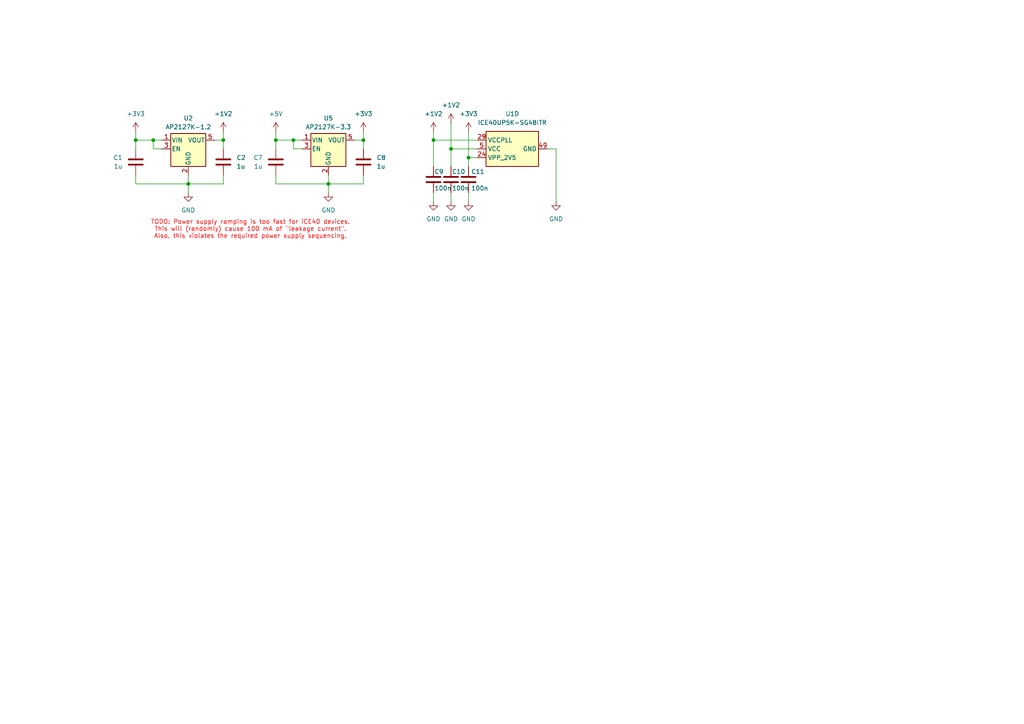
<source format=kicad_sch>
(kicad_sch (version 20231120) (generator "eeschema") (generator_version "8.0")
  (paper "A4")
  (title_block (title "Trashernet SoC") (date "2024-07-07") (rev "2") (company "notsyncing.net") (comment 1 "https://l.notsyncing.net/tnet"))
  (lib_symbols
    (symbol "Device:C" (pin_numbers hide) (pin_names (offset 0.254))
      (property "Reference" "C" (at 0.635 2.54 0))
      (property "Value" "C" (at 0.635 -2.54 0))
      (symbol "C_0_1"
        (polyline (pts (xy -2.032 -0.762) (xy 2.032 -0.762)) (stroke (width 0.508)))
        (polyline (pts (xy -2.032 0.762) (xy 2.032 0.762)) (stroke (width 0.508)))
      )
      (symbol "C_1_1"
        (pin passive line (at 0 3.81 270) (length 2.794) (name "~") (number "1"))
        (pin passive line (at 0 -3.81 90) (length 2.794) (name "~") (number "2"))
      )
    )
    (symbol "FPGA_Lattice:ICE40UP5K-SG48ITR"
      (property "Reference" "U" (at -8.89 -29.21 0))
      (property "Value" "ICE40UP5K-SG48ITR" (at 0 -31.75 0))
      (symbol "ICE40UP5K-SG48ITR_1_1"
        (rectangle (start -7.62 25.4) (end 7.62 -27.94) (stroke (width 0.254)) (fill (type background)))
        (pin bidirectional line (at -10.16 12.7 0) (length 2.54) (name "IOT_37a") (number "23"))
        (pin bidirectional line (at -10.16 15.24 0) (length 2.54) (name "IOT_36b") (number "25"))
        (pin bidirectional line (at -10.16 7.62 0) (length 2.54) (name "IOT_39a") (number "26"))
        (pin bidirectional line (at -10.16 10.16 0) (length 2.54) (name "IOT_38b") (number "27"))
        (pin bidirectional line (at -10.16 5.08 0) (length 2.54) (name "IOT_41a") (number "28"))
        (pin bidirectional line (at -10.16 2.54 0) (length 2.54) (name "IOT_42b") (number "31"))
        (pin bidirectional line (at -10.16 0 0) (length 2.54) (name "IOT_43a") (number "32"))
        (pin power_in line (at 0 27.94 270) (length 2.54) (name "VCCIO_0") (number "33"))
        (pin bidirectional line (at -10.16 -2.54 0) (length 2.54) (name "IOT_44b") (number "34"))
        (pin bidirectional line (at -10.16 -7.62 0) (length 2.54) (name "IOT_46b_G0") (number "35"))
        (pin bidirectional line (at -10.16 -10.16 0) (length 2.54) (name "IOT_48b") (number "36"))
        (pin bidirectional line (at -10.16 -5.08 0) (length 2.54) (name "IOT_45a_G1") (number "37"))
        (pin bidirectional line (at -10.16 -15.24 0) (length 2.54) (name "IOT_50b") (number "38"))
        (pin open_collector line (at -10.16 -20.32 0) (length 2.54) (name "RGB0") (number "39"))
        (pin open_collector line (at -10.16 -22.86 0) (length 2.54) (name "RGB1") (number "40"))
        (pin open_collector line (at -10.16 -25.4 0) (length 2.54) (name "RGB2") (number "41"))
        (pin bidirectional line (at -10.16 -17.78 0) (length 2.54) (name "IOT_51a") (number "42"))
        (pin bidirectional line (at -10.16 -12.7 0) (length 2.54) (name "IOT_49a") (number "43"))
      )
      (symbol "ICE40UP5K-SG48ITR_2_1"
        (rectangle (start -10.16 25.4) (end 10.16 -25.4) (stroke (width 0.254)) (fill (type background)))
        (pin bidirectional line (at -12.7 5.08 0) (length 2.54) (name "IOB_18a") (number "10"))
        (pin bidirectional line (at -12.7 2.54 0) (length 2.54) (name "IOB_20a") (number "11"))
        (pin bidirectional line (at -12.7 0 0) (length 2.54) (name "IOB_22a") (number "12"))
        (pin bidirectional line (at -12.7 -5.08 0) (length 2.54) (name "IOB_24a") (number "13"))
        (pin bidirectional line (at -12.7 -15.24 0) (length 2.54) (name "IOB_32a_SPI_SO") (number "14"))
        (pin bidirectional line (at -12.7 -20.32 0) (length 2.54) (name "IOB_34a_SPI_SCK") (number "15"))
        (pin bidirectional line (at -12.7 -22.86 0) (length 2.54) (name "IOB_35b_SPI_SS") (number "16"))
        (pin bidirectional line (at -12.7 -17.78 0) (length 2.54) (name "IOB_33b_SPI_SI") (number "17"))
        (pin bidirectional line (at -12.7 -12.7 0) (length 2.54) (name "IOB_31b") (number "18"))
        (pin bidirectional line (at -12.7 -10.16 0) (length 2.54) (name "IOB_29b") (number "19"))
        (pin bidirectional line (at -12.7 -7.62 0) (length 2.54) (name "IOB_25b_G3") (number "20"))
        (pin bidirectional line (at -12.7 -2.54 0) (length 2.54) (name "IOB_23b") (number "21"))
        (pin power_in line (at 0 27.94 270) (length 2.54) (name "SPI_VCCIO1") (number "22"))
        (pin bidirectional line (at -12.7 10.16 0) (length 2.54) (name "IOB_13b") (number "6"))
        (pin open_collector line (at 12.7 17.78 180) (length 2.54) (name "CDONE") (number "7"))
        (pin input line (at -12.7 17.78 0) (length 2.54) (name "~{CRESET}") (number "8"))
        (pin bidirectional line (at -12.7 7.62 0) (length 2.54) (name "IOB_16a") (number "9"))
      )
      (symbol "ICE40UP5K-SG48ITR_3_1"
        (rectangle (start -7.62 15.24) (end 7.62 -15.24) (stroke (width 0.254)) (fill (type background)))
        (pin power_in line (at 0 17.78 270) (length 2.54) (name "VCCIO_2") (number "1"))
        (pin bidirectional line (at -10.16 -7.62 0) (length 2.54) (name "IOB_6a") (number "2"))
        (pin bidirectional line (at -10.16 -12.7 0) (length 2.54) (name "IOB_9b") (number "3"))
        (pin bidirectional line (at -10.16 -10.16 0) (length 2.54) (name "IOB_8a") (number "4"))
        (pin bidirectional line (at -10.16 0 0) (length 2.54) (name "IOB_3b_G6") (number "44"))
        (pin bidirectional line (at -10.16 -5.08 0) (length 2.54) (name "IOB_5b") (number "45"))
        (pin bidirectional line (at -10.16 5.08 0) (length 2.54) (name "IOB_0a") (number "46"))
        (pin bidirectional line (at -10.16 2.54 0) (length 2.54) (name "IOB_2a") (number "47"))
        (pin bidirectional line (at -10.16 -2.54 0) (length 2.54) (name "IOB_4a") (number "48"))
      )
      (symbol "ICE40UP5K-SG48ITR_4_1"
        (rectangle (start -5.08 7.62) (end 5.08 -7.62) (stroke (width 0.254)) (fill (type background)))
        (pin power_in line (at -2.54 10.16 270) (length 2.54) (name "VPP_2V5") (number "24"))
        (pin power_out line (at 2.54 10.16 270) (length 2.54) (name "VCCPLL") (number "29"))
        (pin passive line (at 0 10.16 270) (length 2.54) hide (name "VCC") (number "30"))
        (pin power_in line (at 0 -10.16 90) (length 2.54) (name "GND") (number "49"))
        (pin power_in line (at 0 10.16 270) (length 2.54) (name "VCC") (number "5"))
      )
    )
    (symbol "Regulator_Linear:AP2127K-1.2" (pin_names (offset 0.254))
      (property "Reference" "U" (at -5.08 5.715 0))
      (property "Value" "AP2127K-1.2" (at 0 5.715 0))
      (symbol "AP2127K-1.2_0_1"
        (rectangle (start -5.08 4.445) (end 5.08 -5.08) (stroke (width 0.254)) (fill (type background)))
      )
      (symbol "AP2127K-1.2_1_1"
        (pin power_in line (at -7.62 2.54 0) (length 2.54) (name "VIN") (number "1"))
        (pin power_in line (at 0 -7.62 90) (length 2.54) (name "GND") (number "2"))
        (pin input line (at -7.62 0 0) (length 2.54) (name "EN") (number "3"))
        (pin no_connect line (at 5.08 0 180) (length 2.54) hide (name "NC") (number "4"))
        (pin power_out line (at 7.62 2.54 180) (length 2.54) (name "VOUT") (number "5"))
      )
    )
    (symbol "Regulator_Linear:AP2127K-3.3" (pin_names (offset 0.254))
      (property "Reference" "U" (at -5.08 5.715 0))
      (property "Value" "AP2127K-3.3" (at 0 5.715 0))
      (symbol "AP2127K-3.3_0_1"
        (rectangle (start -5.08 4.445) (end 5.08 -5.08) (stroke (width 0.254)) (fill (type background)))
      )
      (symbol "AP2127K-3.3_1_1"
        (pin power_in line (at -7.62 2.54 0) (length 2.54) (name "VIN") (number "1"))
        (pin power_in line (at 0 -7.62 90) (length 2.54) (name "GND") (number "2"))
        (pin input line (at -7.62 0 0) (length 2.54) (name "EN") (number "3"))
        (pin no_connect line (at 5.08 0 180) (length 2.54) hide (name "NC") (number "4"))
        (pin power_out line (at 7.62 2.54 180) (length 2.54) (name "VOUT") (number "5"))
      )
    )
    (symbol "power:+1V2" (power) (pin_numbers hide) (pin_names (offset 0) hide)
      (property "Value" "+1V2" (at 0 3.556 0))
      (symbol "+1V2_0_1"
        (polyline (pts (xy -0.762 1.27) (xy 0 2.54)))
        (polyline (pts (xy 0 0) (xy 0 2.54)))
        (polyline (pts (xy 0 2.54) (xy 0.762 1.27)))
      )
      (symbol "+1V2_1_1"
        (pin power_in line (at 0 0 90) (length 0) (name "~") (number "1"))
      )
    )
    (symbol "power:+3V3" (power) (pin_numbers hide) (pin_names (offset 0) hide)
      (property "Value" "+3V3" (at 0 3.556 0))
      (symbol "+3V3_0_1"
        (polyline (pts (xy -0.762 1.27) (xy 0 2.54)))
        (polyline (pts (xy 0 0) (xy 0 2.54)))
        (polyline (pts (xy 0 2.54) (xy 0.762 1.27)))
      )
      (symbol "+3V3_1_1"
        (pin power_in line (at 0 0 90) (length 0) (name "~") (number "1"))
      )
    )
    (symbol "power:+5V" (power) (pin_numbers hide) (pin_names (offset 0) hide)
      (property "Value" "+5V" (at 0 3.556 0))
      (symbol "+5V_0_1"
        (polyline (pts (xy -0.762 1.27) (xy 0 2.54)))
        (polyline (pts (xy 0 0) (xy 0 2.54)))
        (polyline (pts (xy 0 2.54) (xy 0.762 1.27)))
      )
      (symbol "+5V_1_1"
        (pin power_in line (at 0 0 90) (length 0) (name "~") (number "1"))
      )
    )
    (symbol "power:GND" (power) (pin_numbers hide) (pin_names (offset 0) hide)
      (property "Value" "GND" (at 0 -3.81 0))
      (symbol "GND_0_1"
        (polyline (pts (xy 0 0) (xy 0 -1.27) (xy 1.27 -1.27) (xy 0 -2.54) (xy -1.27 -1.27) (xy 0 -1.27)))
      )
      (symbol "GND_1_1"
        (pin power_in line (at 0 0 270) (length 0) (name "~") (number "1"))
      )
    )
  )
  (junction (at 125.73 40.64))
  (junction (at 54.61 53.34))
  (junction (at 39.37 40.64))
  (junction (at 105.41 40.64))
  (junction (at 85.09 40.64))
  (junction (at 135.89 45.72))
  (junction (at 80.01 40.64))
  (junction (at 130.81 43.18))
  (junction (at 64.77 40.64))
  (junction (at 95.25 53.34))
  (junction (at 44.45 40.64))
  (wire (pts (xy 95.25 53.34) (xy 95.25 50.8)))
  (wire (pts (xy 130.81 48.26) (xy 130.81 43.18)))
  (wire (pts (xy 64.77 40.64) (xy 64.77 43.18)))
  (wire (pts (xy 158.75 43.18) (xy 161.29 43.18)))
  (wire (pts (xy 39.37 40.64) (xy 44.45 40.64)))
  (wire (pts (xy 87.63 43.18) (xy 85.09 43.18)))
  (wire (pts (xy 39.37 53.34) (xy 54.61 53.34)))
  (wire (pts (xy 135.89 38.1) (xy 135.89 45.72)))
  (wire (pts (xy 161.29 43.18) (xy 161.29 58.42)))
  (wire (pts (xy 80.01 50.8) (xy 80.01 53.34)))
  (wire (pts (xy 80.01 53.34) (xy 95.25 53.34)))
  (wire (pts (xy 62.23 40.64) (xy 64.77 40.64)))
  (wire (pts (xy 125.73 48.26) (xy 125.73 40.64)))
  (wire (pts (xy 64.77 53.34) (xy 54.61 53.34)))
  (wire (pts (xy 130.81 35.56) (xy 130.81 43.18)))
  (wire (pts (xy 54.61 53.34) (xy 54.61 55.88)))
  (wire (pts (xy 125.73 38.1) (xy 125.73 40.64)))
  (wire (pts (xy 105.41 38.1) (xy 105.41 40.64)))
  (wire (pts (xy 39.37 50.8) (xy 39.37 53.34)))
  (wire (pts (xy 105.41 53.34) (xy 95.25 53.34)))
  (wire (pts (xy 39.37 38.1) (xy 39.37 40.64)))
  (wire (pts (xy 44.45 40.64) (xy 44.45 43.18)))
  (wire (pts (xy 125.73 40.64) (xy 138.43 40.64)))
  (wire (pts (xy 39.37 43.18) (xy 39.37 40.64)))
  (wire (pts (xy 80.01 40.64) (xy 85.09 40.64)))
  (wire (pts (xy 54.61 53.34) (xy 54.61 50.8)))
  (wire (pts (xy 64.77 50.8) (xy 64.77 53.34)))
  (wire (pts (xy 85.09 40.64) (xy 85.09 43.18)))
  (wire (pts (xy 130.81 55.88) (xy 130.81 58.42)))
  (wire (pts (xy 130.81 43.18) (xy 138.43 43.18)))
  (wire (pts (xy 105.41 40.64) (xy 105.41 43.18)))
  (wire (pts (xy 102.87 40.64) (xy 105.41 40.64)))
  (wire (pts (xy 138.43 45.72) (xy 135.89 45.72)))
  (wire (pts (xy 105.41 50.8) (xy 105.41 53.34)))
  (wire (pts (xy 80.01 43.18) (xy 80.01 40.64)))
  (wire (pts (xy 44.45 40.64) (xy 46.99 40.64)))
  (wire (pts (xy 95.25 53.34) (xy 95.25 55.88)))
  (wire (pts (xy 125.73 55.88) (xy 125.73 58.42)))
  (wire (pts (xy 135.89 55.88) (xy 135.89 58.42)))
  (wire (pts (xy 46.99 43.18) (xy 44.45 43.18)))
  (wire (pts (xy 80.01 38.1) (xy 80.01 40.64)))
  (wire (pts (xy 135.89 45.72) (xy 135.89 48.26)))
  (wire (pts (xy 85.09 40.64) (xy 87.63 40.64)))
  (wire (pts (xy 64.77 38.1) (xy 64.77 40.64)))
  (text "TODO: Power supply ramping is too fast for iCE40 devices.\nThis will (randomly) cause 100 mA of \"leakage current\".\nAlso, this violates the required power supply sequencing." (at 72.644 66.548 0) (effects (font (size 1.27 1.27))))
  (symbol (lib_id "power:+5V") (at 80.01 38.1 0) (unit 1)
    (property "Reference" "#PWR010" (effects (hide yes)))
    (property "Value" "+5V" (at 80.01 33.02 0))
    (property "Description" "Power symbol creates a global label with name \"+5V\"" (effects (hide yes)))
  )
  (symbol (lib_id "power:+3V3") (at 39.37 38.1 0) (unit 1)
    (property "Reference" "#PWR01" (effects (hide yes)))
    (property "Value" "+3V3" (at 39.37 33.02 0))
    (property "Description" "Power symbol creates a global label with name \"+3V3\"" (effects (hide yes)))
  )
  (symbol (lib_id "power:GND") (at 95.25 55.88 0) (unit 1)
    (property "Reference" "#PWR011" (effects (hide yes)))
    (property "Value" "GND" (at 95.25 60.96 0))
    (property "Description" "Power symbol creates a global label with name \"GND\" , ground" (effects (hide yes)))
  )
  (symbol (lib_id "power:GND") (at 130.81 58.42 0) (unit 1)
    (property "Reference" "#PWR016" (effects (hide yes)))
    (property "Value" "GND" (at 130.81 63.5 0))
    (property "Description" "Power symbol creates a global label with name \"GND\" , ground" (effects (hide yes)))
  )
  (symbol (lib_id "Device:C") (at 80.01 46.99 0) (mirror y) (unit 1)
    (property "Reference" "C7" (at 76.2 45.7199 0) (effects (justify left)))
    (property "Value" "1u" (at 76.2 48.2599 0) (effects (justify left)))
    (property "Footprint" "Capacitor_SMD:C_0805_2012Metric" (effects (hide yes)))
    (property "Description" "Unpolarized capacitor" (effects (hide yes)))
  )
  (symbol (lib_id "power:GND") (at 54.61 55.88 0) (unit 1)
    (property "Reference" "#PWR02" (effects (hide yes)))
    (property "Value" "GND" (at 54.61 60.96 0))
    (property "Description" "Power symbol creates a global label with name \"GND\" , ground" (effects (hide yes)))
  )
  (symbol (lib_id "power:GND") (at 135.89 58.42 0) (unit 1)
    (property "Reference" "#PWR018" (effects (hide yes)))
    (property "Value" "GND" (at 135.89 63.5 0))
    (property "Description" "Power symbol creates a global label with name \"GND\" , ground" (effects (hide yes)))
  )
  (symbol (lib_id "Device:C") (at 39.37 46.99 0) (mirror y) (unit 1)
    (property "Reference" "C1" (at 35.56 45.7199 0) (effects (justify left)))
    (property "Value" "1u" (at 35.56 48.2599 0) (effects (justify left)))
    (property "Footprint" "Capacitor_SMD:C_0805_2012Metric" (effects (hide yes)))
    (property "Description" "Unpolarized capacitor" (effects (hide yes)))
  )
  (symbol (lib_id "Regulator_Linear:AP2127K-1.2") (at 54.61 43.18 0) (unit 1)
    (property "Reference" "U2" (at 54.61 34.29 0))
    (property "Value" "AP2127K-1.2" (at 54.61 36.83 0))
    (property "Footprint" "Package_TO_SOT_SMD:SOT-23-5" (effects (hide yes)))
    (property "Datasheet" "https://www.diodes.com/assets/Datasheets/AP2127.pdf" (effects (hide yes)))
    (property "Description" "300mA low dropout linear regulator, shutdown pin, 2.5V-6V input voltage, 1.2V fixed positive output, SOT-23-5" (effects (hide yes)))
  )
  (symbol (lib_id "power:+3V3") (at 105.41 38.1 0) (unit 1)
    (property "Reference" "#PWR012" (effects (hide yes)))
    (property "Value" "+3V3" (at 105.41 33.02 0))
    (property "Description" "Power symbol creates a global label with name \"+3V3\"" (effects (hide yes)))
  )
  (symbol (lib_id "power:+1V2") (at 130.81 35.56 0) (unit 1)
    (property "Reference" "#PWR015" (effects (hide yes)))
    (property "Value" "+1V2" (at 130.81 30.48 0))
    (property "Description" "Power symbol creates a global label with name \"+1V2\"" (effects (hide yes)))
  )
  (symbol (lib_id "power:GND") (at 161.29 58.42 0) (unit 1)
    (property "Reference" "#PWR019" (effects (hide yes)))
    (property "Value" "GND" (at 161.29 63.5 0))
    (property "Description" "Power symbol creates a global label with name \"GND\" , ground" (effects (hide yes)))
  )
  (symbol (lib_id "Device:C") (at 125.73 52.07 0) (unit 1)
    (property "Reference" "C9" (at 125.984 49.784 0) (effects (justify left)))
    (property "Value" "100n" (at 125.984 54.61 0) (effects (justify left)))
    (property "Footprint" "Capacitor_SMD:C_0603_1608Metric" (effects (hide yes)))
    (property "Description" "Unpolarized capacitor" (effects (hide yes)))
  )
  (symbol (lib_id "FPGA_Lattice:ICE40UP5K-SG48ITR") (at 148.59 43.18 90) (unit 4)
    (property "Reference" "U1" (at 148.59 33.02 90))
    (property "Value" "ICE40UP5K-SG48ITR" (at 148.59 35.56 90))
    (property "Footprint" "Package_DFN_QFN:QFN-48-1EP_7x7mm_P0.5mm_EP5.6x5.6mm" (effects (hide yes)))
    (property "Datasheet" "http://www.latticesemi.com/Products/FPGAandCPLD/iCE40Ultra" (effects (hide yes)))
    (property "Description" "iCE40 UltraPlus FPGA, 5280 LUTs, 1.2V, 48-pin QFN" (effects (hide yes)))
  )
  (symbol (lib_id "Regulator_Linear:AP2127K-3.3") (at 95.25 43.18 0) (unit 1)
    (property "Reference" "U5" (at 95.25 34.29 0))
    (property "Value" "AP2127K-3.3" (at 95.25 36.83 0))
    (property "Footprint" "Package_TO_SOT_SMD:SOT-23-5" (effects (hide yes)))
    (property "Datasheet" "https://www.diodes.com/assets/Datasheets/AP2127.pdf" (effects (hide yes)))
    (property "Description" "300mA low dropout linear regulator, shutdown pin, 2.5V-6V input voltage, 3.3V fixed positive output, SOT-23-5" (effects (hide yes)))
  )
  (symbol (lib_id "Device:C") (at 135.89 52.07 0) (unit 1)
    (property "Reference" "C11" (at 136.652 49.784 0) (effects (justify left)))
    (property "Value" "100n" (at 136.652 54.61 0) (effects (justify left)))
    (property "Footprint" "Capacitor_SMD:C_0603_1608Metric" (effects (hide yes)))
    (property "Description" "Unpolarized capacitor" (effects (hide yes)))
  )
  (symbol (lib_id "Device:C") (at 130.81 52.07 0) (unit 1)
    (property "Reference" "C10" (at 131.064 49.784 0) (effects (justify left)))
    (property "Value" "100n" (at 131.064 54.61 0) (effects (justify left)))
    (property "Footprint" "Capacitor_SMD:C_0603_1608Metric" (effects (hide yes)))
    (property "Description" "Unpolarized capacitor" (effects (hide yes)))
  )
  (symbol (lib_id "Device:C") (at 64.77 46.99 0) (unit 1)
    (property "Reference" "C2" (at 68.58 45.7199 0) (effects (justify left)))
    (property "Value" "1u" (at 68.58 48.2599 0) (effects (justify left)))
    (property "Footprint" "Capacitor_SMD:C_0805_2012Metric" (effects (hide yes)))
    (property "Description" "Unpolarized capacitor" (effects (hide yes)))
  )
  (symbol (lib_id "power:+1V2") (at 64.77 38.1 0) (unit 1)
    (property "Reference" "#PWR03" (effects (hide yes)))
    (property "Value" "+1V2" (at 64.77 33.02 0))
    (property "Description" "Power symbol creates a global label with name \"+1V2\"" (effects (hide yes)))
  )
  (symbol (lib_id "Device:C") (at 105.41 46.99 0) (unit 1)
    (property "Reference" "C8" (at 109.22 45.7199 0) (effects (justify left)))
    (property "Value" "1u" (at 109.22 48.2599 0) (effects (justify left)))
    (property "Footprint" "Capacitor_SMD:C_0805_2012Metric" (effects (hide yes)))
    (property "Description" "Unpolarized capacitor" (effects (hide yes)))
  )
  (symbol (lib_id "power:+3V3") (at 135.89 38.1 0) (unit 1)
    (property "Reference" "#PWR04" (effects (hide yes)))
    (property "Value" "+3V3" (at 135.89 33.02 0))
    (property "Description" "Power symbol creates a global label with name \"+3V3\"" (effects (hide yes)))
  )
  (symbol (lib_id "power:+1V2") (at 125.73 38.1 0) (unit 1)
    (property "Reference" "#PWR013" (effects (hide yes)))
    (property "Value" "+1V2" (at 125.73 33.02 0))
    (property "Description" "Power symbol creates a global label with name \"+1V2\"" (effects (hide yes)))
  )
  (symbol (lib_id "power:GND") (at 125.73 58.42 0) (unit 1)
    (property "Reference" "#PWR014" (effects (hide yes)))
    (property "Value" "GND" (at 125.73 63.5 0))
    (property "Description" "Power symbol creates a global label with name \"GND\" , ground" (effects (hide yes)))
  )
)
</source>
